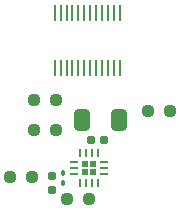
<source format=gbr>
%TF.GenerationSoftware,KiCad,Pcbnew,9.0.0-250-g02b756189b*%
%TF.CreationDate,2025-03-17T22:21:07-05:00*%
%TF.ProjectId,USB-Breakout,5553422d-4272-4656-916b-6f75742e6b69,rev?*%
%TF.SameCoordinates,Original*%
%TF.FileFunction,Paste,Top*%
%TF.FilePolarity,Positive*%
%FSLAX46Y46*%
G04 Gerber Fmt 4.6, Leading zero omitted, Abs format (unit mm)*
G04 Created by KiCad (PCBNEW 9.0.0-250-g02b756189b) date 2025-03-17 22:21:07*
%MOMM*%
%LPD*%
G01*
G04 APERTURE LIST*
G04 Aperture macros list*
%AMRoundRect*
0 Rectangle with rounded corners*
0 $1 Rounding radius*
0 $2 $3 $4 $5 $6 $7 $8 $9 X,Y pos of 4 corners*
0 Add a 4 corners polygon primitive as box body*
4,1,4,$2,$3,$4,$5,$6,$7,$8,$9,$2,$3,0*
0 Add four circle primitives for the rounded corners*
1,1,$1+$1,$2,$3*
1,1,$1+$1,$4,$5*
1,1,$1+$1,$6,$7*
1,1,$1+$1,$8,$9*
0 Add four rect primitives between the rounded corners*
20,1,$1+$1,$2,$3,$4,$5,0*
20,1,$1+$1,$4,$5,$6,$7,0*
20,1,$1+$1,$6,$7,$8,$9,0*
20,1,$1+$1,$8,$9,$2,$3,0*%
G04 Aperture macros list end*
%ADD10RoundRect,0.237500X0.250000X0.237500X-0.250000X0.237500X-0.250000X-0.237500X0.250000X-0.237500X0*%
%ADD11RoundRect,0.155000X-0.212500X-0.155000X0.212500X-0.155000X0.212500X0.155000X-0.212500X0.155000X0*%
%ADD12R,0.250000X1.400000*%
%ADD13RoundRect,0.250000X-0.412500X-0.650000X0.412500X-0.650000X0.412500X0.650000X-0.412500X0.650000X0*%
%ADD14RoundRect,0.090000X-0.090000X0.139000X-0.090000X-0.139000X0.090000X-0.139000X0.090000X0.139000X0*%
%ADD15RoundRect,0.237500X-0.250000X-0.237500X0.250000X-0.237500X0.250000X0.237500X-0.250000X0.237500X0*%
%ADD16RoundRect,0.155000X-0.155000X0.212500X-0.155000X-0.212500X0.155000X-0.212500X0.155000X0.212500X0*%
%ADD17RoundRect,0.145000X-0.145000X-0.145000X0.145000X-0.145000X0.145000X0.145000X-0.145000X0.145000X0*%
%ADD18RoundRect,0.062500X-0.275000X-0.062500X0.275000X-0.062500X0.275000X0.062500X-0.275000X0.062500X0*%
%ADD19RoundRect,0.062500X-0.062500X-0.275000X0.062500X-0.275000X0.062500X0.275000X-0.062500X0.275000X0*%
G04 APERTURE END LIST*
D10*
%TO.C,R5*%
X150137500Y-68453000D03*
X148312500Y-68453000D03*
%TD*%
%TO.C,R2*%
X159789500Y-69342000D03*
X157964500Y-69342000D03*
%TD*%
D11*
%TO.C,C3*%
X153102500Y-71828000D03*
X154237500Y-71828000D03*
%TD*%
D10*
%TO.C,R4*%
X150137500Y-70963000D03*
X148312500Y-70963000D03*
%TD*%
D12*
%TO.C,J2*%
X150066000Y-61073000D03*
X150566000Y-61073000D03*
X151066000Y-61073000D03*
X151566000Y-61073000D03*
X152066000Y-61073000D03*
X152566000Y-61073000D03*
X153066000Y-61073000D03*
X153566000Y-61073000D03*
X154066000Y-61073000D03*
X154566000Y-61073000D03*
X155066000Y-61073000D03*
X155566000Y-61073000D03*
X155566000Y-65673000D03*
X155066000Y-65673000D03*
X154566000Y-65673000D03*
X154066000Y-65673000D03*
X153566000Y-65673000D03*
X153066000Y-65673000D03*
X152566000Y-65673000D03*
X152066000Y-65673000D03*
X151566000Y-65673000D03*
X151066000Y-65673000D03*
X150566000Y-65673000D03*
X150066000Y-65673000D03*
%TD*%
D13*
%TO.C,C1*%
X152361500Y-70104000D03*
X155486500Y-70104000D03*
%TD*%
D14*
%TO.C,C4*%
X150749000Y-74624500D03*
X150749000Y-75489500D03*
%TD*%
D15*
%TO.C,R1*%
X146280500Y-74930000D03*
X148105500Y-74930000D03*
%TD*%
D10*
%TO.C,R3*%
X152931500Y-76835000D03*
X151106500Y-76835000D03*
%TD*%
D16*
%TO.C,C6*%
X149860000Y-74870500D03*
X149860000Y-76005500D03*
%TD*%
D17*
%TO.C,U1*%
X152602000Y-73808000D03*
X152602000Y-74528000D03*
X153322000Y-73808000D03*
X153322000Y-74528000D03*
D18*
X151699500Y-73668000D03*
X151699500Y-74168000D03*
X151699500Y-74668000D03*
D19*
X152212000Y-75430500D03*
X152712000Y-75430500D03*
X153212000Y-75430500D03*
X153712000Y-75430500D03*
D18*
X154224500Y-74668000D03*
X154224500Y-74168000D03*
X154224500Y-73668000D03*
D19*
X153712000Y-72905500D03*
X153212000Y-72905500D03*
X152712000Y-72905500D03*
X152212000Y-72905500D03*
%TD*%
M02*

</source>
